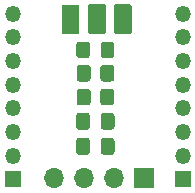
<source format=gbs>
%TF.GenerationSoftware,KiCad,Pcbnew,(5.1.8)-1*%
%TF.CreationDate,2021-05-10T08:32:55+02:00*%
%TF.ProjectId,attnode_v3_micro,6174746e-6f64-4655-9f76-335f6d696372,rev?*%
%TF.SameCoordinates,Original*%
%TF.FileFunction,Soldermask,Bot*%
%TF.FilePolarity,Negative*%
%FSLAX46Y46*%
G04 Gerber Fmt 4.6, Leading zero omitted, Abs format (unit mm)*
G04 Created by KiCad (PCBNEW (5.1.8)-1) date 2021-05-10 08:32:55*
%MOMM*%
%LPD*%
G01*
G04 APERTURE LIST*
%ADD10O,1.700000X1.700000*%
%ADD11R,1.700000X1.700000*%
%ADD12R,1.350000X1.350000*%
%ADD13O,1.350000X1.350000*%
G04 APERTURE END LIST*
%TO.C,PRG1.1*%
G36*
G01*
X55050500Y-50250000D02*
X56349500Y-50250000D01*
G75*
G02*
X56450000Y-50350500I0J-100500D01*
G01*
X56450000Y-52649500D01*
G75*
G02*
X56349500Y-52750000I-100500J0D01*
G01*
X55050500Y-52750000D01*
G75*
G02*
X54950000Y-52649500I0J100500D01*
G01*
X54950000Y-50350500D01*
G75*
G02*
X55050500Y-50250000I100500J0D01*
G01*
G37*
%TD*%
%TO.C,PRG1.2*%
G36*
G01*
X57280500Y-50210000D02*
X58579500Y-50210000D01*
G75*
G02*
X58680000Y-50310500I0J-100500D01*
G01*
X58680000Y-52609500D01*
G75*
G02*
X58579500Y-52710000I-100500J0D01*
G01*
X57280500Y-52710000D01*
G75*
G02*
X57180000Y-52609500I0J100500D01*
G01*
X57180000Y-50310500D01*
G75*
G02*
X57280500Y-50210000I100500J0D01*
G01*
G37*
%TD*%
%TO.C,PRG1.3*%
G36*
G01*
X59470500Y-50210000D02*
X60769500Y-50210000D01*
G75*
G02*
X60870000Y-50310500I0J-100500D01*
G01*
X60870000Y-52609500D01*
G75*
G02*
X60769500Y-52710000I-100500J0D01*
G01*
X59470500Y-52710000D01*
G75*
G02*
X59370000Y-52609500I0J100500D01*
G01*
X59370000Y-50310500D01*
G75*
G02*
X59470500Y-50210000I100500J0D01*
G01*
G37*
%TD*%
D10*
%TO.C,J3*%
X54330000Y-64930000D03*
X56870000Y-64930000D03*
X59410000Y-64930000D03*
D11*
X61950000Y-64930000D03*
%TD*%
%TO.C,C1*%
G36*
G01*
X59425000Y-61745000D02*
X59425000Y-62695000D01*
G75*
G02*
X59175000Y-62945000I-250000J0D01*
G01*
X58500000Y-62945000D01*
G75*
G02*
X58250000Y-62695000I0J250000D01*
G01*
X58250000Y-61745000D01*
G75*
G02*
X58500000Y-61495000I250000J0D01*
G01*
X59175000Y-61495000D01*
G75*
G02*
X59425000Y-61745000I0J-250000D01*
G01*
G37*
G36*
G01*
X57350000Y-61745000D02*
X57350000Y-62695000D01*
G75*
G02*
X57100000Y-62945000I-250000J0D01*
G01*
X56425000Y-62945000D01*
G75*
G02*
X56175000Y-62695000I0J250000D01*
G01*
X56175000Y-61745000D01*
G75*
G02*
X56425000Y-61495000I250000J0D01*
G01*
X57100000Y-61495000D01*
G75*
G02*
X57350000Y-61745000I0J-250000D01*
G01*
G37*
%TD*%
%TO.C,C2*%
G36*
G01*
X57350000Y-59625000D02*
X57350000Y-60575000D01*
G75*
G02*
X57100000Y-60825000I-250000J0D01*
G01*
X56425000Y-60825000D01*
G75*
G02*
X56175000Y-60575000I0J250000D01*
G01*
X56175000Y-59625000D01*
G75*
G02*
X56425000Y-59375000I250000J0D01*
G01*
X57100000Y-59375000D01*
G75*
G02*
X57350000Y-59625000I0J-250000D01*
G01*
G37*
G36*
G01*
X59425000Y-59625000D02*
X59425000Y-60575000D01*
G75*
G02*
X59175000Y-60825000I-250000J0D01*
G01*
X58500000Y-60825000D01*
G75*
G02*
X58250000Y-60575000I0J250000D01*
G01*
X58250000Y-59625000D01*
G75*
G02*
X58500000Y-59375000I250000J0D01*
G01*
X59175000Y-59375000D01*
G75*
G02*
X59425000Y-59625000I0J-250000D01*
G01*
G37*
%TD*%
%TO.C,D1*%
G36*
G01*
X56200000Y-54510001D02*
X56200000Y-53609999D01*
G75*
G02*
X56449999Y-53360000I249999J0D01*
G01*
X57100001Y-53360000D01*
G75*
G02*
X57350000Y-53609999I0J-249999D01*
G01*
X57350000Y-54510001D01*
G75*
G02*
X57100001Y-54760000I-249999J0D01*
G01*
X56449999Y-54760000D01*
G75*
G02*
X56200000Y-54510001I0J249999D01*
G01*
G37*
G36*
G01*
X58250000Y-54510001D02*
X58250000Y-53609999D01*
G75*
G02*
X58499999Y-53360000I249999J0D01*
G01*
X59150001Y-53360000D01*
G75*
G02*
X59400000Y-53609999I0J-249999D01*
G01*
X59400000Y-54510001D01*
G75*
G02*
X59150001Y-54760000I-249999J0D01*
G01*
X58499999Y-54760000D01*
G75*
G02*
X58250000Y-54510001I0J249999D01*
G01*
G37*
%TD*%
D12*
%TO.C,J1*%
X50800000Y-65000000D03*
D13*
X50800000Y-63000000D03*
X50800000Y-61000000D03*
X50800000Y-59000000D03*
X50800000Y-57000000D03*
X50800000Y-55000000D03*
X50800000Y-53000000D03*
X50800000Y-51000000D03*
%TD*%
%TO.C,J2*%
X65200000Y-51000000D03*
X65200000Y-53000000D03*
X65200000Y-55000000D03*
X65200000Y-57000000D03*
X65200000Y-59000000D03*
X65200000Y-61000000D03*
X65200000Y-63000000D03*
D12*
X65200000Y-65000000D03*
%TD*%
%TO.C,R1*%
G36*
G01*
X56210000Y-58500001D02*
X56210000Y-57599999D01*
G75*
G02*
X56459999Y-57350000I249999J0D01*
G01*
X57160001Y-57350000D01*
G75*
G02*
X57410000Y-57599999I0J-249999D01*
G01*
X57410000Y-58500001D01*
G75*
G02*
X57160001Y-58750000I-249999J0D01*
G01*
X56459999Y-58750000D01*
G75*
G02*
X56210000Y-58500001I0J249999D01*
G01*
G37*
G36*
G01*
X58210000Y-58500001D02*
X58210000Y-57599999D01*
G75*
G02*
X58459999Y-57350000I249999J0D01*
G01*
X59160001Y-57350000D01*
G75*
G02*
X59410000Y-57599999I0J-249999D01*
G01*
X59410000Y-58500001D01*
G75*
G02*
X59160001Y-58750000I-249999J0D01*
G01*
X58459999Y-58750000D01*
G75*
G02*
X58210000Y-58500001I0J249999D01*
G01*
G37*
%TD*%
%TO.C,R2*%
G36*
G01*
X58210000Y-56480001D02*
X58210000Y-55579999D01*
G75*
G02*
X58459999Y-55330000I249999J0D01*
G01*
X59160001Y-55330000D01*
G75*
G02*
X59410000Y-55579999I0J-249999D01*
G01*
X59410000Y-56480001D01*
G75*
G02*
X59160001Y-56730000I-249999J0D01*
G01*
X58459999Y-56730000D01*
G75*
G02*
X58210000Y-56480001I0J249999D01*
G01*
G37*
G36*
G01*
X56210000Y-56480001D02*
X56210000Y-55579999D01*
G75*
G02*
X56459999Y-55330000I249999J0D01*
G01*
X57160001Y-55330000D01*
G75*
G02*
X57410000Y-55579999I0J-249999D01*
G01*
X57410000Y-56480001D01*
G75*
G02*
X57160001Y-56730000I-249999J0D01*
G01*
X56459999Y-56730000D01*
G75*
G02*
X56210000Y-56480001I0J249999D01*
G01*
G37*
%TD*%
M02*

</source>
